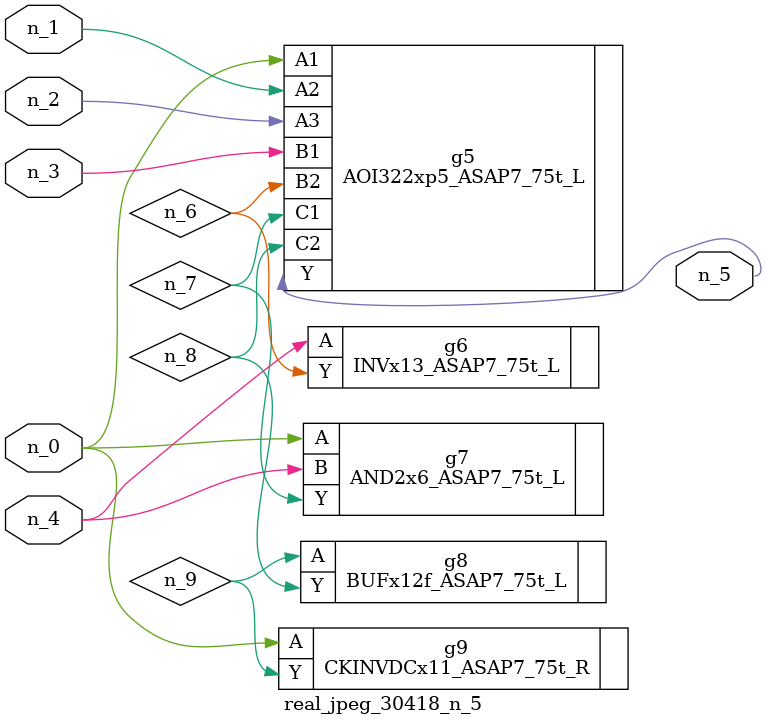
<source format=v>
module real_jpeg_30418_n_5 (n_4, n_0, n_1, n_2, n_3, n_5);

input n_4;
input n_0;
input n_1;
input n_2;
input n_3;

output n_5;

wire n_8;
wire n_6;
wire n_7;
wire n_9;

AOI322xp5_ASAP7_75t_L g5 ( 
.A1(n_0),
.A2(n_1),
.A3(n_2),
.B1(n_3),
.B2(n_6),
.C1(n_7),
.C2(n_8),
.Y(n_5)
);

AND2x6_ASAP7_75t_L g7 ( 
.A(n_0),
.B(n_4),
.Y(n_7)
);

CKINVDCx11_ASAP7_75t_R g9 ( 
.A(n_0),
.Y(n_9)
);

INVx13_ASAP7_75t_L g6 ( 
.A(n_4),
.Y(n_6)
);

BUFx12f_ASAP7_75t_L g8 ( 
.A(n_9),
.Y(n_8)
);


endmodule
</source>
